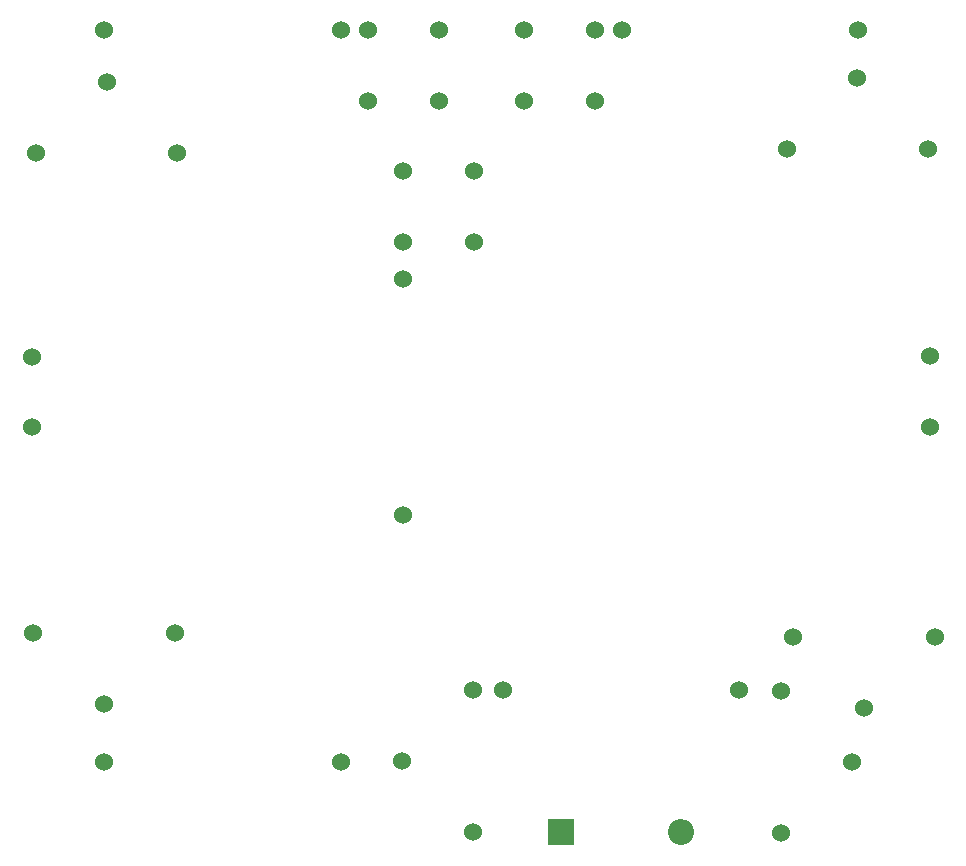
<source format=gbr>
%TF.GenerationSoftware,KiCad,Pcbnew,(6.0.7)*%
%TF.CreationDate,2022-09-05T15:03:49+08:00*%
%TF.ProjectId,6_1k,365f316b-2e6b-4696-9361-645f70636258,rev?*%
%TF.SameCoordinates,Original*%
%TF.FileFunction,Soldermask,Bot*%
%TF.FilePolarity,Negative*%
%FSLAX46Y46*%
G04 Gerber Fmt 4.6, Leading zero omitted, Abs format (unit mm)*
G04 Created by KiCad (PCBNEW (6.0.7)) date 2022-09-05 15:03:49*
%MOMM*%
%LPD*%
G01*
G04 APERTURE LIST*
%ADD10C,1.524000*%
%ADD11O,2.200000X2.200000*%
%ADD12R,2.200000X2.200000*%
G04 APERTURE END LIST*
D10*
%TO.C,E1*%
X24808400Y-52992800D03*
X24808400Y-46992800D03*
%TD*%
%TO.C,P3*%
X62228200Y-31267400D03*
X56228200Y-31267400D03*
X62228200Y-37267400D03*
X56228200Y-37267400D03*
%TD*%
%TO.C,Rl2*%
X88254800Y-87308200D03*
X88254800Y-75308200D03*
X94254800Y-81308200D03*
%TD*%
%TO.C,E2*%
X100830600Y-52936400D03*
X100830600Y-46936400D03*
%TD*%
%TO.C,R5*%
X84665800Y-75184000D03*
X64665800Y-75184000D03*
%TD*%
%TO.C,P1*%
X59276200Y-25329400D03*
X59276200Y-19329400D03*
X53276200Y-25329400D03*
X53276200Y-19329400D03*
%TD*%
%TO.C,Rl5*%
X100689400Y-29413200D03*
X88689400Y-29413200D03*
X94689400Y-23413200D03*
%TD*%
%TO.C,R4*%
X50937400Y-81280000D03*
X30937400Y-81280000D03*
%TD*%
%TO.C,Rl3*%
X31115000Y-23723600D03*
X25115000Y-29723600D03*
X37115000Y-29723600D03*
%TD*%
%TO.C,R1*%
X50937400Y-19380200D03*
X30937400Y-19380200D03*
%TD*%
%TO.C,R2*%
X94752400Y-19354800D03*
X74752400Y-19354800D03*
%TD*%
D11*
%TO.C,D1*%
X79745800Y-87274400D03*
D12*
X69585800Y-87274400D03*
%TD*%
D10*
%TO.C,R3*%
X56228200Y-60419000D03*
X56228200Y-40419000D03*
%TD*%
%TO.C,Rl1*%
X62126600Y-87229200D03*
X62126600Y-75229200D03*
X56126600Y-81229200D03*
%TD*%
%TO.C,P2*%
X66436200Y-25352000D03*
X66436200Y-19352000D03*
X72436200Y-25352000D03*
X72436200Y-19352000D03*
%TD*%
%TO.C,Rl6*%
X101222800Y-70733400D03*
X89222800Y-70733400D03*
X95222800Y-76733400D03*
%TD*%
%TO.C,Rl4*%
X36929800Y-70363600D03*
X24929800Y-70363600D03*
X30929800Y-76363600D03*
%TD*%
M02*

</source>
